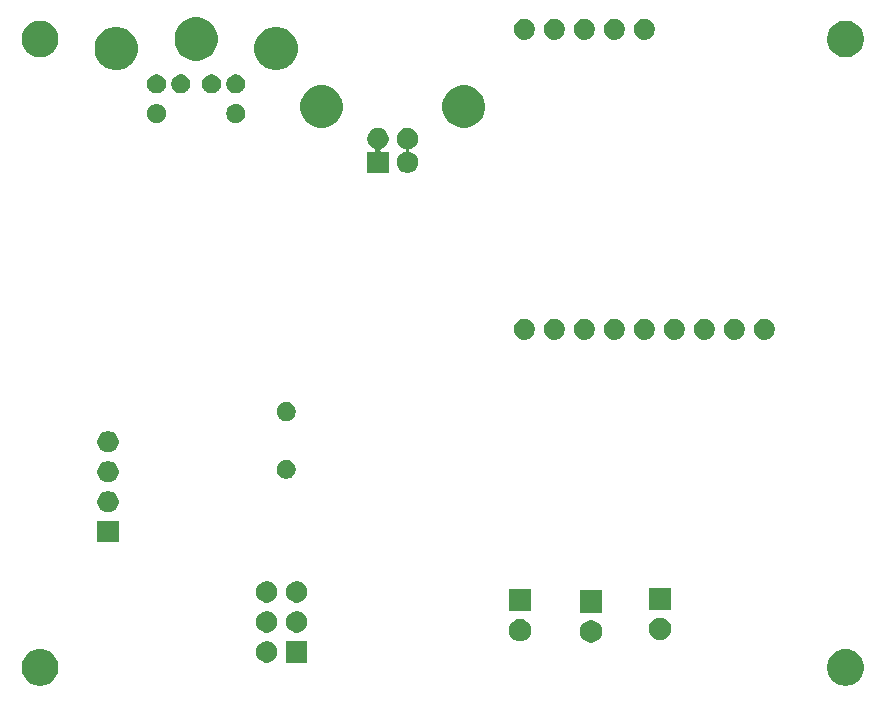
<source format=gbr>
G04 #@! TF.GenerationSoftware,KiCad,Pcbnew,(5.1.5)-3*
G04 #@! TF.CreationDate,2021-12-10T20:30:37-03:00*
G04 #@! TF.ProjectId,remoto,72656d6f-746f-42e6-9b69-6361645f7063,rev?*
G04 #@! TF.SameCoordinates,Original*
G04 #@! TF.FileFunction,Soldermask,Bot*
G04 #@! TF.FilePolarity,Negative*
%FSLAX46Y46*%
G04 Gerber Fmt 4.6, Leading zero omitted, Abs format (unit mm)*
G04 Created by KiCad (PCBNEW (5.1.5)-3) date 2021-12-10 20:30:37*
%MOMM*%
%LPD*%
G04 APERTURE LIST*
%ADD10C,0.100000*%
G04 APERTURE END LIST*
D10*
G36*
X28695385Y-80079002D02*
G01*
X28845210Y-80108804D01*
X29127474Y-80225721D01*
X29381505Y-80395459D01*
X29597541Y-80611495D01*
X29767279Y-80865526D01*
X29884196Y-81147790D01*
X29943800Y-81447440D01*
X29943800Y-81752960D01*
X29884196Y-82052610D01*
X29767279Y-82334874D01*
X29597541Y-82588905D01*
X29381505Y-82804941D01*
X29127474Y-82974679D01*
X28845210Y-83091596D01*
X28695385Y-83121398D01*
X28545561Y-83151200D01*
X28240039Y-83151200D01*
X28090215Y-83121398D01*
X27940390Y-83091596D01*
X27658126Y-82974679D01*
X27404095Y-82804941D01*
X27188059Y-82588905D01*
X27018321Y-82334874D01*
X26901404Y-82052610D01*
X26841800Y-81752960D01*
X26841800Y-81447440D01*
X26901404Y-81147790D01*
X27018321Y-80865526D01*
X27188059Y-80611495D01*
X27404095Y-80395459D01*
X27658126Y-80225721D01*
X27940390Y-80108804D01*
X28090215Y-80079002D01*
X28240039Y-80049200D01*
X28545561Y-80049200D01*
X28695385Y-80079002D01*
G37*
G36*
X96902585Y-80078802D02*
G01*
X97052410Y-80108604D01*
X97334674Y-80225521D01*
X97588705Y-80395259D01*
X97804741Y-80611295D01*
X97974479Y-80865326D01*
X98091396Y-81147590D01*
X98151000Y-81447240D01*
X98151000Y-81752760D01*
X98091396Y-82052410D01*
X97974479Y-82334674D01*
X97804741Y-82588705D01*
X97588705Y-82804741D01*
X97334674Y-82974479D01*
X97052410Y-83091396D01*
X96902585Y-83121198D01*
X96752761Y-83151000D01*
X96447239Y-83151000D01*
X96297415Y-83121198D01*
X96147590Y-83091396D01*
X95865326Y-82974479D01*
X95611295Y-82804741D01*
X95395259Y-82588705D01*
X95225521Y-82334674D01*
X95108604Y-82052410D01*
X95049000Y-81752760D01*
X95049000Y-81447240D01*
X95108604Y-81147590D01*
X95225521Y-80865326D01*
X95395259Y-80611295D01*
X95611295Y-80395259D01*
X95865326Y-80225521D01*
X96147590Y-80108604D01*
X96297415Y-80078802D01*
X96447239Y-80049000D01*
X96752761Y-80049000D01*
X96902585Y-80078802D01*
G37*
G36*
X51022820Y-81195480D02*
G01*
X49220820Y-81195480D01*
X49220820Y-79393480D01*
X51022820Y-79393480D01*
X51022820Y-81195480D01*
G37*
G36*
X47695332Y-79398407D02*
G01*
X47844632Y-79428104D01*
X48008604Y-79496024D01*
X48156174Y-79594627D01*
X48281673Y-79720126D01*
X48380276Y-79867696D01*
X48448196Y-80031668D01*
X48482820Y-80205739D01*
X48482820Y-80383221D01*
X48448196Y-80557292D01*
X48380276Y-80721264D01*
X48281673Y-80868834D01*
X48156174Y-80994333D01*
X48008604Y-81092936D01*
X47844632Y-81160856D01*
X47695332Y-81190553D01*
X47670562Y-81195480D01*
X47493078Y-81195480D01*
X47468308Y-81190553D01*
X47319008Y-81160856D01*
X47155036Y-81092936D01*
X47007466Y-80994333D01*
X46881967Y-80868834D01*
X46783364Y-80721264D01*
X46715444Y-80557292D01*
X46680820Y-80383221D01*
X46680820Y-80205739D01*
X46715444Y-80031668D01*
X46783364Y-79867696D01*
X46881967Y-79720126D01*
X47007466Y-79594627D01*
X47155036Y-79496024D01*
X47319008Y-79428104D01*
X47468308Y-79398407D01*
X47493078Y-79393480D01*
X47670562Y-79393480D01*
X47695332Y-79398407D01*
G37*
G36*
X75334395Y-77647746D02*
G01*
X75507466Y-77719434D01*
X75584818Y-77771119D01*
X75663227Y-77823510D01*
X75795690Y-77955973D01*
X75795691Y-77955975D01*
X75899766Y-78111734D01*
X75971454Y-78284805D01*
X76008000Y-78468533D01*
X76008000Y-78655867D01*
X75971454Y-78839595D01*
X75899766Y-79012666D01*
X75899765Y-79012667D01*
X75795690Y-79168427D01*
X75663227Y-79300890D01*
X75659521Y-79303366D01*
X75507466Y-79404966D01*
X75334395Y-79476654D01*
X75150667Y-79513200D01*
X74963333Y-79513200D01*
X74779605Y-79476654D01*
X74606534Y-79404966D01*
X74454479Y-79303366D01*
X74450773Y-79300890D01*
X74318310Y-79168427D01*
X74214235Y-79012667D01*
X74214234Y-79012666D01*
X74142546Y-78839595D01*
X74106000Y-78655867D01*
X74106000Y-78468533D01*
X74142546Y-78284805D01*
X74214234Y-78111734D01*
X74318309Y-77955975D01*
X74318310Y-77955973D01*
X74450773Y-77823510D01*
X74529182Y-77771119D01*
X74606534Y-77719434D01*
X74779605Y-77647746D01*
X74963333Y-77611200D01*
X75150667Y-77611200D01*
X75334395Y-77647746D01*
G37*
G36*
X69314595Y-77546146D02*
G01*
X69487666Y-77617834D01*
X69487667Y-77617835D01*
X69643427Y-77721910D01*
X69775890Y-77854373D01*
X69775891Y-77854375D01*
X69879966Y-78010134D01*
X69951654Y-78183205D01*
X69988200Y-78366933D01*
X69988200Y-78554267D01*
X69951654Y-78737995D01*
X69879966Y-78911066D01*
X69879965Y-78911067D01*
X69775890Y-79066827D01*
X69643427Y-79199290D01*
X69570448Y-79248053D01*
X69487666Y-79303366D01*
X69314595Y-79375054D01*
X69130867Y-79411600D01*
X68943533Y-79411600D01*
X68759805Y-79375054D01*
X68586734Y-79303366D01*
X68503952Y-79248053D01*
X68430973Y-79199290D01*
X68298510Y-79066827D01*
X68194435Y-78911067D01*
X68194434Y-78911066D01*
X68122746Y-78737995D01*
X68086200Y-78554267D01*
X68086200Y-78366933D01*
X68122746Y-78183205D01*
X68194434Y-78010134D01*
X68298509Y-77854375D01*
X68298510Y-77854373D01*
X68430973Y-77721910D01*
X68586733Y-77617835D01*
X68586734Y-77617834D01*
X68759805Y-77546146D01*
X68943533Y-77509600D01*
X69130867Y-77509600D01*
X69314595Y-77546146D01*
G37*
G36*
X81176395Y-77419146D02*
G01*
X81349466Y-77490834D01*
X81377551Y-77509600D01*
X81505227Y-77594910D01*
X81637690Y-77727373D01*
X81637691Y-77727375D01*
X81741766Y-77883134D01*
X81813454Y-78056205D01*
X81850000Y-78239933D01*
X81850000Y-78427267D01*
X81813454Y-78610995D01*
X81741766Y-78784066D01*
X81741765Y-78784067D01*
X81637690Y-78939827D01*
X81505227Y-79072290D01*
X81426818Y-79124681D01*
X81349466Y-79176366D01*
X81176395Y-79248054D01*
X80992667Y-79284600D01*
X80805333Y-79284600D01*
X80621605Y-79248054D01*
X80448534Y-79176366D01*
X80371182Y-79124681D01*
X80292773Y-79072290D01*
X80160310Y-78939827D01*
X80056235Y-78784067D01*
X80056234Y-78784066D01*
X79984546Y-78610995D01*
X79948000Y-78427267D01*
X79948000Y-78239933D01*
X79984546Y-78056205D01*
X80056234Y-77883134D01*
X80160309Y-77727375D01*
X80160310Y-77727373D01*
X80292773Y-77594910D01*
X80420449Y-77509600D01*
X80448534Y-77490834D01*
X80621605Y-77419146D01*
X80805333Y-77382600D01*
X80992667Y-77382600D01*
X81176395Y-77419146D01*
G37*
G36*
X47695332Y-76858407D02*
G01*
X47844632Y-76888104D01*
X48008604Y-76956024D01*
X48156174Y-77054627D01*
X48281673Y-77180126D01*
X48380276Y-77327696D01*
X48448196Y-77491668D01*
X48482820Y-77665739D01*
X48482820Y-77843221D01*
X48448196Y-78017292D01*
X48380276Y-78181264D01*
X48281673Y-78328834D01*
X48156174Y-78454333D01*
X48008604Y-78552936D01*
X47844632Y-78620856D01*
X47695332Y-78650553D01*
X47670562Y-78655480D01*
X47493078Y-78655480D01*
X47468308Y-78650553D01*
X47319008Y-78620856D01*
X47155036Y-78552936D01*
X47007466Y-78454333D01*
X46881967Y-78328834D01*
X46783364Y-78181264D01*
X46715444Y-78017292D01*
X46680820Y-77843221D01*
X46680820Y-77665739D01*
X46715444Y-77491668D01*
X46783364Y-77327696D01*
X46881967Y-77180126D01*
X47007466Y-77054627D01*
X47155036Y-76956024D01*
X47319008Y-76888104D01*
X47468308Y-76858407D01*
X47493078Y-76853480D01*
X47670562Y-76853480D01*
X47695332Y-76858407D01*
G37*
G36*
X50235332Y-76858407D02*
G01*
X50384632Y-76888104D01*
X50548604Y-76956024D01*
X50696174Y-77054627D01*
X50821673Y-77180126D01*
X50920276Y-77327696D01*
X50988196Y-77491668D01*
X51022820Y-77665739D01*
X51022820Y-77843221D01*
X50988196Y-78017292D01*
X50920276Y-78181264D01*
X50821673Y-78328834D01*
X50696174Y-78454333D01*
X50548604Y-78552936D01*
X50384632Y-78620856D01*
X50235332Y-78650553D01*
X50210562Y-78655480D01*
X50033078Y-78655480D01*
X50008308Y-78650553D01*
X49859008Y-78620856D01*
X49695036Y-78552936D01*
X49547466Y-78454333D01*
X49421967Y-78328834D01*
X49323364Y-78181264D01*
X49255444Y-78017292D01*
X49220820Y-77843221D01*
X49220820Y-77665739D01*
X49255444Y-77491668D01*
X49323364Y-77327696D01*
X49421967Y-77180126D01*
X49547466Y-77054627D01*
X49695036Y-76956024D01*
X49859008Y-76888104D01*
X50008308Y-76858407D01*
X50033078Y-76853480D01*
X50210562Y-76853480D01*
X50235332Y-76858407D01*
G37*
G36*
X76008000Y-76973200D02*
G01*
X74106000Y-76973200D01*
X74106000Y-75071200D01*
X76008000Y-75071200D01*
X76008000Y-76973200D01*
G37*
G36*
X69988200Y-76871600D02*
G01*
X68086200Y-76871600D01*
X68086200Y-74969600D01*
X69988200Y-74969600D01*
X69988200Y-76871600D01*
G37*
G36*
X81850000Y-76744600D02*
G01*
X79948000Y-76744600D01*
X79948000Y-74842600D01*
X81850000Y-74842600D01*
X81850000Y-76744600D01*
G37*
G36*
X47695332Y-74318407D02*
G01*
X47844632Y-74348104D01*
X48008604Y-74416024D01*
X48156174Y-74514627D01*
X48281673Y-74640126D01*
X48380276Y-74787696D01*
X48448196Y-74951668D01*
X48482820Y-75125739D01*
X48482820Y-75303221D01*
X48448196Y-75477292D01*
X48380276Y-75641264D01*
X48281673Y-75788834D01*
X48156174Y-75914333D01*
X48008604Y-76012936D01*
X47844632Y-76080856D01*
X47695332Y-76110553D01*
X47670562Y-76115480D01*
X47493078Y-76115480D01*
X47468308Y-76110553D01*
X47319008Y-76080856D01*
X47155036Y-76012936D01*
X47007466Y-75914333D01*
X46881967Y-75788834D01*
X46783364Y-75641264D01*
X46715444Y-75477292D01*
X46680820Y-75303221D01*
X46680820Y-75125739D01*
X46715444Y-74951668D01*
X46783364Y-74787696D01*
X46881967Y-74640126D01*
X47007466Y-74514627D01*
X47155036Y-74416024D01*
X47319008Y-74348104D01*
X47468308Y-74318407D01*
X47493078Y-74313480D01*
X47670562Y-74313480D01*
X47695332Y-74318407D01*
G37*
G36*
X50235332Y-74318407D02*
G01*
X50384632Y-74348104D01*
X50548604Y-74416024D01*
X50696174Y-74514627D01*
X50821673Y-74640126D01*
X50920276Y-74787696D01*
X50988196Y-74951668D01*
X51022820Y-75125739D01*
X51022820Y-75303221D01*
X50988196Y-75477292D01*
X50920276Y-75641264D01*
X50821673Y-75788834D01*
X50696174Y-75914333D01*
X50548604Y-76012936D01*
X50384632Y-76080856D01*
X50235332Y-76110553D01*
X50210562Y-76115480D01*
X50033078Y-76115480D01*
X50008308Y-76110553D01*
X49859008Y-76080856D01*
X49695036Y-76012936D01*
X49547466Y-75914333D01*
X49421967Y-75788834D01*
X49323364Y-75641264D01*
X49255444Y-75477292D01*
X49220820Y-75303221D01*
X49220820Y-75125739D01*
X49255444Y-74951668D01*
X49323364Y-74787696D01*
X49421967Y-74640126D01*
X49547466Y-74514627D01*
X49695036Y-74416024D01*
X49859008Y-74348104D01*
X50008308Y-74318407D01*
X50033078Y-74313480D01*
X50210562Y-74313480D01*
X50235332Y-74318407D01*
G37*
G36*
X35046220Y-71020240D02*
G01*
X33244220Y-71020240D01*
X33244220Y-69218240D01*
X35046220Y-69218240D01*
X35046220Y-71020240D01*
G37*
G36*
X34258732Y-66683167D02*
G01*
X34408032Y-66712864D01*
X34572004Y-66780784D01*
X34719574Y-66879387D01*
X34845073Y-67004886D01*
X34943676Y-67152456D01*
X35011596Y-67316428D01*
X35046220Y-67490499D01*
X35046220Y-67667981D01*
X35011596Y-67842052D01*
X34943676Y-68006024D01*
X34845073Y-68153594D01*
X34719574Y-68279093D01*
X34572004Y-68377696D01*
X34408032Y-68445616D01*
X34258732Y-68475313D01*
X34233962Y-68480240D01*
X34056478Y-68480240D01*
X34031708Y-68475313D01*
X33882408Y-68445616D01*
X33718436Y-68377696D01*
X33570866Y-68279093D01*
X33445367Y-68153594D01*
X33346764Y-68006024D01*
X33278844Y-67842052D01*
X33244220Y-67667981D01*
X33244220Y-67490499D01*
X33278844Y-67316428D01*
X33346764Y-67152456D01*
X33445367Y-67004886D01*
X33570866Y-66879387D01*
X33718436Y-66780784D01*
X33882408Y-66712864D01*
X34031708Y-66683167D01*
X34056478Y-66678240D01*
X34233962Y-66678240D01*
X34258732Y-66683167D01*
G37*
G36*
X34258732Y-64143167D02*
G01*
X34408032Y-64172864D01*
X34572004Y-64240784D01*
X34719574Y-64339387D01*
X34845073Y-64464886D01*
X34943676Y-64612456D01*
X35011596Y-64776428D01*
X35046220Y-64950499D01*
X35046220Y-65127981D01*
X35011596Y-65302052D01*
X34943676Y-65466024D01*
X34845073Y-65613594D01*
X34719574Y-65739093D01*
X34572004Y-65837696D01*
X34408032Y-65905616D01*
X34258732Y-65935313D01*
X34233962Y-65940240D01*
X34056478Y-65940240D01*
X34031708Y-65935313D01*
X33882408Y-65905616D01*
X33718436Y-65837696D01*
X33570866Y-65739093D01*
X33445367Y-65613594D01*
X33346764Y-65466024D01*
X33278844Y-65302052D01*
X33244220Y-65127981D01*
X33244220Y-64950499D01*
X33278844Y-64776428D01*
X33346764Y-64612456D01*
X33445367Y-64464886D01*
X33570866Y-64339387D01*
X33718436Y-64240784D01*
X33882408Y-64172864D01*
X34031708Y-64143167D01*
X34056478Y-64138240D01*
X34233962Y-64138240D01*
X34258732Y-64143167D01*
G37*
G36*
X49466462Y-64066161D02*
G01*
X49612234Y-64126542D01*
X49612236Y-64126543D01*
X49743428Y-64214202D01*
X49854998Y-64325772D01*
X49942657Y-64456964D01*
X49942658Y-64456966D01*
X50003039Y-64602738D01*
X50033820Y-64757487D01*
X50033820Y-64915273D01*
X50003039Y-65070022D01*
X49979031Y-65127981D01*
X49942657Y-65215796D01*
X49854998Y-65346988D01*
X49743428Y-65458558D01*
X49612236Y-65546217D01*
X49612235Y-65546218D01*
X49612234Y-65546218D01*
X49466462Y-65606599D01*
X49311713Y-65637380D01*
X49153927Y-65637380D01*
X48999178Y-65606599D01*
X48853406Y-65546218D01*
X48853405Y-65546218D01*
X48853404Y-65546217D01*
X48722212Y-65458558D01*
X48610642Y-65346988D01*
X48522983Y-65215796D01*
X48486609Y-65127981D01*
X48462601Y-65070022D01*
X48431820Y-64915273D01*
X48431820Y-64757487D01*
X48462601Y-64602738D01*
X48522982Y-64456966D01*
X48522983Y-64456964D01*
X48610642Y-64325772D01*
X48722212Y-64214202D01*
X48853404Y-64126543D01*
X48853406Y-64126542D01*
X48999178Y-64066161D01*
X49153927Y-64035380D01*
X49311713Y-64035380D01*
X49466462Y-64066161D01*
G37*
G36*
X34258732Y-61603167D02*
G01*
X34408032Y-61632864D01*
X34572004Y-61700784D01*
X34719574Y-61799387D01*
X34845073Y-61924886D01*
X34943676Y-62072456D01*
X35011596Y-62236428D01*
X35046220Y-62410499D01*
X35046220Y-62587981D01*
X35011596Y-62762052D01*
X34943676Y-62926024D01*
X34845073Y-63073594D01*
X34719574Y-63199093D01*
X34572004Y-63297696D01*
X34408032Y-63365616D01*
X34258732Y-63395313D01*
X34233962Y-63400240D01*
X34056478Y-63400240D01*
X34031708Y-63395313D01*
X33882408Y-63365616D01*
X33718436Y-63297696D01*
X33570866Y-63199093D01*
X33445367Y-63073594D01*
X33346764Y-62926024D01*
X33278844Y-62762052D01*
X33244220Y-62587981D01*
X33244220Y-62410499D01*
X33278844Y-62236428D01*
X33346764Y-62072456D01*
X33445367Y-61924886D01*
X33570866Y-61799387D01*
X33718436Y-61700784D01*
X33882408Y-61632864D01*
X34031708Y-61603167D01*
X34056478Y-61598240D01*
X34233962Y-61598240D01*
X34258732Y-61603167D01*
G37*
G36*
X49466462Y-59166161D02*
G01*
X49612234Y-59226542D01*
X49612236Y-59226543D01*
X49743428Y-59314202D01*
X49854998Y-59425772D01*
X49942657Y-59556964D01*
X49942658Y-59556966D01*
X50003039Y-59702738D01*
X50033820Y-59857487D01*
X50033820Y-60015273D01*
X50003039Y-60170022D01*
X49942658Y-60315794D01*
X49942657Y-60315796D01*
X49854998Y-60446988D01*
X49743428Y-60558558D01*
X49612236Y-60646217D01*
X49612235Y-60646218D01*
X49612234Y-60646218D01*
X49466462Y-60706599D01*
X49311713Y-60737380D01*
X49153927Y-60737380D01*
X48999178Y-60706599D01*
X48853406Y-60646218D01*
X48853405Y-60646218D01*
X48853404Y-60646217D01*
X48722212Y-60558558D01*
X48610642Y-60446988D01*
X48522983Y-60315796D01*
X48522982Y-60315794D01*
X48462601Y-60170022D01*
X48431820Y-60015273D01*
X48431820Y-59857487D01*
X48462601Y-59702738D01*
X48522982Y-59556966D01*
X48522983Y-59556964D01*
X48610642Y-59425772D01*
X48722212Y-59314202D01*
X48853404Y-59226543D01*
X48853406Y-59226542D01*
X48999178Y-59166161D01*
X49153927Y-59135380D01*
X49311713Y-59135380D01*
X49466462Y-59166161D01*
G37*
G36*
X87380810Y-52123535D02*
G01*
X87437707Y-52134852D01*
X87598494Y-52201452D01*
X87598496Y-52201453D01*
X87743196Y-52298138D01*
X87866262Y-52421204D01*
X87962947Y-52565904D01*
X88029548Y-52726694D01*
X88063500Y-52897381D01*
X88063500Y-53071419D01*
X88029548Y-53242106D01*
X87962947Y-53402896D01*
X87866262Y-53547596D01*
X87743196Y-53670662D01*
X87598496Y-53767347D01*
X87598495Y-53767348D01*
X87598494Y-53767348D01*
X87437707Y-53833948D01*
X87380810Y-53845265D01*
X87267019Y-53867900D01*
X87092981Y-53867900D01*
X86979190Y-53845265D01*
X86922293Y-53833948D01*
X86761506Y-53767348D01*
X86761505Y-53767348D01*
X86761504Y-53767347D01*
X86616804Y-53670662D01*
X86493738Y-53547596D01*
X86397053Y-53402896D01*
X86330452Y-53242106D01*
X86296500Y-53071419D01*
X86296500Y-52897381D01*
X86330452Y-52726694D01*
X86397053Y-52565904D01*
X86493738Y-52421204D01*
X86616804Y-52298138D01*
X86761504Y-52201453D01*
X86761506Y-52201452D01*
X86922293Y-52134852D01*
X86979190Y-52123535D01*
X87092981Y-52100900D01*
X87267019Y-52100900D01*
X87380810Y-52123535D01*
G37*
G36*
X89920810Y-52123535D02*
G01*
X89977707Y-52134852D01*
X90138494Y-52201452D01*
X90138496Y-52201453D01*
X90283196Y-52298138D01*
X90406262Y-52421204D01*
X90502947Y-52565904D01*
X90569548Y-52726694D01*
X90603500Y-52897381D01*
X90603500Y-53071419D01*
X90569548Y-53242106D01*
X90502947Y-53402896D01*
X90406262Y-53547596D01*
X90283196Y-53670662D01*
X90138496Y-53767347D01*
X90138495Y-53767348D01*
X90138494Y-53767348D01*
X89977707Y-53833948D01*
X89920810Y-53845265D01*
X89807019Y-53867900D01*
X89632981Y-53867900D01*
X89519190Y-53845265D01*
X89462293Y-53833948D01*
X89301506Y-53767348D01*
X89301505Y-53767348D01*
X89301504Y-53767347D01*
X89156804Y-53670662D01*
X89033738Y-53547596D01*
X88937053Y-53402896D01*
X88870452Y-53242106D01*
X88836500Y-53071419D01*
X88836500Y-52897381D01*
X88870452Y-52726694D01*
X88937053Y-52565904D01*
X89033738Y-52421204D01*
X89156804Y-52298138D01*
X89301504Y-52201453D01*
X89301506Y-52201452D01*
X89462293Y-52134852D01*
X89519190Y-52123535D01*
X89632981Y-52100900D01*
X89807019Y-52100900D01*
X89920810Y-52123535D01*
G37*
G36*
X84840810Y-52123535D02*
G01*
X84897707Y-52134852D01*
X85058494Y-52201452D01*
X85058496Y-52201453D01*
X85203196Y-52298138D01*
X85326262Y-52421204D01*
X85422947Y-52565904D01*
X85489548Y-52726694D01*
X85523500Y-52897381D01*
X85523500Y-53071419D01*
X85489548Y-53242106D01*
X85422947Y-53402896D01*
X85326262Y-53547596D01*
X85203196Y-53670662D01*
X85058496Y-53767347D01*
X85058495Y-53767348D01*
X85058494Y-53767348D01*
X84897707Y-53833948D01*
X84840810Y-53845265D01*
X84727019Y-53867900D01*
X84552981Y-53867900D01*
X84439190Y-53845265D01*
X84382293Y-53833948D01*
X84221506Y-53767348D01*
X84221505Y-53767348D01*
X84221504Y-53767347D01*
X84076804Y-53670662D01*
X83953738Y-53547596D01*
X83857053Y-53402896D01*
X83790452Y-53242106D01*
X83756500Y-53071419D01*
X83756500Y-52897381D01*
X83790452Y-52726694D01*
X83857053Y-52565904D01*
X83953738Y-52421204D01*
X84076804Y-52298138D01*
X84221504Y-52201453D01*
X84221506Y-52201452D01*
X84382293Y-52134852D01*
X84439190Y-52123535D01*
X84552981Y-52100900D01*
X84727019Y-52100900D01*
X84840810Y-52123535D01*
G37*
G36*
X82300810Y-52123535D02*
G01*
X82357707Y-52134852D01*
X82518494Y-52201452D01*
X82518496Y-52201453D01*
X82663196Y-52298138D01*
X82786262Y-52421204D01*
X82882947Y-52565904D01*
X82949548Y-52726694D01*
X82983500Y-52897381D01*
X82983500Y-53071419D01*
X82949548Y-53242106D01*
X82882947Y-53402896D01*
X82786262Y-53547596D01*
X82663196Y-53670662D01*
X82518496Y-53767347D01*
X82518495Y-53767348D01*
X82518494Y-53767348D01*
X82357707Y-53833948D01*
X82300810Y-53845265D01*
X82187019Y-53867900D01*
X82012981Y-53867900D01*
X81899190Y-53845265D01*
X81842293Y-53833948D01*
X81681506Y-53767348D01*
X81681505Y-53767348D01*
X81681504Y-53767347D01*
X81536804Y-53670662D01*
X81413738Y-53547596D01*
X81317053Y-53402896D01*
X81250452Y-53242106D01*
X81216500Y-53071419D01*
X81216500Y-52897381D01*
X81250452Y-52726694D01*
X81317053Y-52565904D01*
X81413738Y-52421204D01*
X81536804Y-52298138D01*
X81681504Y-52201453D01*
X81681506Y-52201452D01*
X81842293Y-52134852D01*
X81899190Y-52123535D01*
X82012981Y-52100900D01*
X82187019Y-52100900D01*
X82300810Y-52123535D01*
G37*
G36*
X79760810Y-52123535D02*
G01*
X79817707Y-52134852D01*
X79978494Y-52201452D01*
X79978496Y-52201453D01*
X80123196Y-52298138D01*
X80246262Y-52421204D01*
X80342947Y-52565904D01*
X80409548Y-52726694D01*
X80443500Y-52897381D01*
X80443500Y-53071419D01*
X80409548Y-53242106D01*
X80342947Y-53402896D01*
X80246262Y-53547596D01*
X80123196Y-53670662D01*
X79978496Y-53767347D01*
X79978495Y-53767348D01*
X79978494Y-53767348D01*
X79817707Y-53833948D01*
X79760810Y-53845265D01*
X79647019Y-53867900D01*
X79472981Y-53867900D01*
X79359190Y-53845265D01*
X79302293Y-53833948D01*
X79141506Y-53767348D01*
X79141505Y-53767348D01*
X79141504Y-53767347D01*
X78996804Y-53670662D01*
X78873738Y-53547596D01*
X78777053Y-53402896D01*
X78710452Y-53242106D01*
X78676500Y-53071419D01*
X78676500Y-52897381D01*
X78710452Y-52726694D01*
X78777053Y-52565904D01*
X78873738Y-52421204D01*
X78996804Y-52298138D01*
X79141504Y-52201453D01*
X79141506Y-52201452D01*
X79302293Y-52134852D01*
X79359190Y-52123535D01*
X79472981Y-52100900D01*
X79647019Y-52100900D01*
X79760810Y-52123535D01*
G37*
G36*
X69600810Y-52123535D02*
G01*
X69657707Y-52134852D01*
X69818494Y-52201452D01*
X69818496Y-52201453D01*
X69963196Y-52298138D01*
X70086262Y-52421204D01*
X70182947Y-52565904D01*
X70249548Y-52726694D01*
X70283500Y-52897381D01*
X70283500Y-53071419D01*
X70249548Y-53242106D01*
X70182947Y-53402896D01*
X70086262Y-53547596D01*
X69963196Y-53670662D01*
X69818496Y-53767347D01*
X69818495Y-53767348D01*
X69818494Y-53767348D01*
X69657707Y-53833948D01*
X69600810Y-53845265D01*
X69487019Y-53867900D01*
X69312981Y-53867900D01*
X69199190Y-53845265D01*
X69142293Y-53833948D01*
X68981506Y-53767348D01*
X68981505Y-53767348D01*
X68981504Y-53767347D01*
X68836804Y-53670662D01*
X68713738Y-53547596D01*
X68617053Y-53402896D01*
X68550452Y-53242106D01*
X68516500Y-53071419D01*
X68516500Y-52897381D01*
X68550452Y-52726694D01*
X68617053Y-52565904D01*
X68713738Y-52421204D01*
X68836804Y-52298138D01*
X68981504Y-52201453D01*
X68981506Y-52201452D01*
X69142293Y-52134852D01*
X69199190Y-52123535D01*
X69312981Y-52100900D01*
X69487019Y-52100900D01*
X69600810Y-52123535D01*
G37*
G36*
X72140810Y-52123535D02*
G01*
X72197707Y-52134852D01*
X72358494Y-52201452D01*
X72358496Y-52201453D01*
X72503196Y-52298138D01*
X72626262Y-52421204D01*
X72722947Y-52565904D01*
X72789548Y-52726694D01*
X72823500Y-52897381D01*
X72823500Y-53071419D01*
X72789548Y-53242106D01*
X72722947Y-53402896D01*
X72626262Y-53547596D01*
X72503196Y-53670662D01*
X72358496Y-53767347D01*
X72358495Y-53767348D01*
X72358494Y-53767348D01*
X72197707Y-53833948D01*
X72140810Y-53845265D01*
X72027019Y-53867900D01*
X71852981Y-53867900D01*
X71739190Y-53845265D01*
X71682293Y-53833948D01*
X71521506Y-53767348D01*
X71521505Y-53767348D01*
X71521504Y-53767347D01*
X71376804Y-53670662D01*
X71253738Y-53547596D01*
X71157053Y-53402896D01*
X71090452Y-53242106D01*
X71056500Y-53071419D01*
X71056500Y-52897381D01*
X71090452Y-52726694D01*
X71157053Y-52565904D01*
X71253738Y-52421204D01*
X71376804Y-52298138D01*
X71521504Y-52201453D01*
X71521506Y-52201452D01*
X71682293Y-52134852D01*
X71739190Y-52123535D01*
X71852981Y-52100900D01*
X72027019Y-52100900D01*
X72140810Y-52123535D01*
G37*
G36*
X74680810Y-52123535D02*
G01*
X74737707Y-52134852D01*
X74898494Y-52201452D01*
X74898496Y-52201453D01*
X75043196Y-52298138D01*
X75166262Y-52421204D01*
X75262947Y-52565904D01*
X75329548Y-52726694D01*
X75363500Y-52897381D01*
X75363500Y-53071419D01*
X75329548Y-53242106D01*
X75262947Y-53402896D01*
X75166262Y-53547596D01*
X75043196Y-53670662D01*
X74898496Y-53767347D01*
X74898495Y-53767348D01*
X74898494Y-53767348D01*
X74737707Y-53833948D01*
X74680810Y-53845265D01*
X74567019Y-53867900D01*
X74392981Y-53867900D01*
X74279190Y-53845265D01*
X74222293Y-53833948D01*
X74061506Y-53767348D01*
X74061505Y-53767348D01*
X74061504Y-53767347D01*
X73916804Y-53670662D01*
X73793738Y-53547596D01*
X73697053Y-53402896D01*
X73630452Y-53242106D01*
X73596500Y-53071419D01*
X73596500Y-52897381D01*
X73630452Y-52726694D01*
X73697053Y-52565904D01*
X73793738Y-52421204D01*
X73916804Y-52298138D01*
X74061504Y-52201453D01*
X74061506Y-52201452D01*
X74222293Y-52134852D01*
X74279190Y-52123535D01*
X74392981Y-52100900D01*
X74567019Y-52100900D01*
X74680810Y-52123535D01*
G37*
G36*
X77220810Y-52123535D02*
G01*
X77277707Y-52134852D01*
X77438494Y-52201452D01*
X77438496Y-52201453D01*
X77583196Y-52298138D01*
X77706262Y-52421204D01*
X77802947Y-52565904D01*
X77869548Y-52726694D01*
X77903500Y-52897381D01*
X77903500Y-53071419D01*
X77869548Y-53242106D01*
X77802947Y-53402896D01*
X77706262Y-53547596D01*
X77583196Y-53670662D01*
X77438496Y-53767347D01*
X77438495Y-53767348D01*
X77438494Y-53767348D01*
X77277707Y-53833948D01*
X77220810Y-53845265D01*
X77107019Y-53867900D01*
X76932981Y-53867900D01*
X76819190Y-53845265D01*
X76762293Y-53833948D01*
X76601506Y-53767348D01*
X76601505Y-53767348D01*
X76601504Y-53767347D01*
X76456804Y-53670662D01*
X76333738Y-53547596D01*
X76237053Y-53402896D01*
X76170452Y-53242106D01*
X76136500Y-53071419D01*
X76136500Y-52897381D01*
X76170452Y-52726694D01*
X76237053Y-52565904D01*
X76333738Y-52421204D01*
X76456804Y-52298138D01*
X76601504Y-52201453D01*
X76601506Y-52201452D01*
X76762293Y-52134852D01*
X76819190Y-52123535D01*
X76932981Y-52100900D01*
X77107019Y-52100900D01*
X77220810Y-52123535D01*
G37*
G36*
X57113512Y-35938927D02*
G01*
X57262812Y-35968624D01*
X57426784Y-36036544D01*
X57574354Y-36135147D01*
X57699853Y-36260646D01*
X57798456Y-36408216D01*
X57866376Y-36572188D01*
X57901000Y-36746259D01*
X57901000Y-36923741D01*
X57866376Y-37097812D01*
X57798456Y-37261784D01*
X57699853Y-37409354D01*
X57574354Y-37534853D01*
X57426784Y-37633456D01*
X57281771Y-37693523D01*
X57260171Y-37705068D01*
X57241229Y-37720613D01*
X57225684Y-37739555D01*
X57214133Y-37761166D01*
X57207020Y-37784615D01*
X57204618Y-37809001D01*
X57207020Y-37833387D01*
X57214133Y-37856836D01*
X57225684Y-37878447D01*
X57241229Y-37897389D01*
X57260171Y-37912934D01*
X57281782Y-37924485D01*
X57305231Y-37931598D01*
X57329617Y-37934000D01*
X57901000Y-37934000D01*
X57901000Y-39736000D01*
X56099000Y-39736000D01*
X56099000Y-37934000D01*
X56670383Y-37934000D01*
X56694769Y-37931598D01*
X56718218Y-37924485D01*
X56739829Y-37912934D01*
X56758771Y-37897389D01*
X56774316Y-37878447D01*
X56785867Y-37856836D01*
X56792980Y-37833387D01*
X56795382Y-37809001D01*
X56792980Y-37784615D01*
X56785867Y-37761166D01*
X56774316Y-37739555D01*
X56758771Y-37720613D01*
X56739829Y-37705068D01*
X56718229Y-37693523D01*
X56573216Y-37633456D01*
X56425646Y-37534853D01*
X56300147Y-37409354D01*
X56201544Y-37261784D01*
X56133624Y-37097812D01*
X56099000Y-36923741D01*
X56099000Y-36746259D01*
X56133624Y-36572188D01*
X56201544Y-36408216D01*
X56300147Y-36260646D01*
X56425646Y-36135147D01*
X56573216Y-36036544D01*
X56737188Y-35968624D01*
X56886488Y-35938927D01*
X56911258Y-35934000D01*
X57088742Y-35934000D01*
X57113512Y-35938927D01*
G37*
G36*
X59613512Y-35938927D02*
G01*
X59762812Y-35968624D01*
X59926784Y-36036544D01*
X60074354Y-36135147D01*
X60199853Y-36260646D01*
X60298456Y-36408216D01*
X60366376Y-36572188D01*
X60401000Y-36746259D01*
X60401000Y-36923741D01*
X60366376Y-37097812D01*
X60298456Y-37261784D01*
X60199853Y-37409354D01*
X60074354Y-37534853D01*
X59926784Y-37633456D01*
X59762812Y-37701376D01*
X59707362Y-37712405D01*
X59683922Y-37719516D01*
X59662311Y-37731067D01*
X59643369Y-37746613D01*
X59627824Y-37765555D01*
X59616273Y-37787165D01*
X59609160Y-37810614D01*
X59606758Y-37835000D01*
X59609160Y-37859387D01*
X59616273Y-37882835D01*
X59627824Y-37904446D01*
X59643370Y-37923388D01*
X59662312Y-37938933D01*
X59683922Y-37950484D01*
X59707362Y-37957595D01*
X59762812Y-37968624D01*
X59926784Y-38036544D01*
X60074354Y-38135147D01*
X60199853Y-38260646D01*
X60298456Y-38408216D01*
X60366376Y-38572188D01*
X60401000Y-38746259D01*
X60401000Y-38923741D01*
X60366376Y-39097812D01*
X60298456Y-39261784D01*
X60199853Y-39409354D01*
X60074354Y-39534853D01*
X59926784Y-39633456D01*
X59762812Y-39701376D01*
X59613512Y-39731073D01*
X59588742Y-39736000D01*
X59411258Y-39736000D01*
X59386488Y-39731073D01*
X59237188Y-39701376D01*
X59073216Y-39633456D01*
X58925646Y-39534853D01*
X58800147Y-39409354D01*
X58701544Y-39261784D01*
X58633624Y-39097812D01*
X58599000Y-38923741D01*
X58599000Y-38746259D01*
X58633624Y-38572188D01*
X58701544Y-38408216D01*
X58800147Y-38260646D01*
X58925646Y-38135147D01*
X59073216Y-38036544D01*
X59237188Y-37968624D01*
X59292638Y-37957595D01*
X59316078Y-37950484D01*
X59337689Y-37938933D01*
X59356631Y-37923387D01*
X59372176Y-37904445D01*
X59383727Y-37882835D01*
X59390840Y-37859386D01*
X59393242Y-37835000D01*
X59390840Y-37810613D01*
X59383727Y-37787165D01*
X59372176Y-37765554D01*
X59356630Y-37746612D01*
X59337688Y-37731067D01*
X59316078Y-37719516D01*
X59292638Y-37712405D01*
X59237188Y-37701376D01*
X59073216Y-37633456D01*
X58925646Y-37534853D01*
X58800147Y-37409354D01*
X58701544Y-37261784D01*
X58633624Y-37097812D01*
X58599000Y-36923741D01*
X58599000Y-36746259D01*
X58633624Y-36572188D01*
X58701544Y-36408216D01*
X58800147Y-36260646D01*
X58925646Y-36135147D01*
X59073216Y-36036544D01*
X59237188Y-35968624D01*
X59386488Y-35938927D01*
X59411258Y-35934000D01*
X59588742Y-35934000D01*
X59613512Y-35938927D01*
G37*
G36*
X52755331Y-32393211D02*
G01*
X53083092Y-32528974D01*
X53378070Y-32726072D01*
X53628928Y-32976930D01*
X53826026Y-33271908D01*
X53961789Y-33599669D01*
X54031000Y-33947616D01*
X54031000Y-34302384D01*
X53961789Y-34650331D01*
X53826026Y-34978092D01*
X53628928Y-35273070D01*
X53378070Y-35523928D01*
X53083092Y-35721026D01*
X52755331Y-35856789D01*
X52407384Y-35926000D01*
X52052616Y-35926000D01*
X51704669Y-35856789D01*
X51376908Y-35721026D01*
X51081930Y-35523928D01*
X50831072Y-35273070D01*
X50633974Y-34978092D01*
X50498211Y-34650331D01*
X50429000Y-34302384D01*
X50429000Y-33947616D01*
X50498211Y-33599669D01*
X50633974Y-33271908D01*
X50831072Y-32976930D01*
X51081930Y-32726072D01*
X51376908Y-32528974D01*
X51704669Y-32393211D01*
X52052616Y-32324000D01*
X52407384Y-32324000D01*
X52755331Y-32393211D01*
G37*
G36*
X64795331Y-32393211D02*
G01*
X65123092Y-32528974D01*
X65418070Y-32726072D01*
X65668928Y-32976930D01*
X65866026Y-33271908D01*
X66001789Y-33599669D01*
X66071000Y-33947616D01*
X66071000Y-34302384D01*
X66001789Y-34650331D01*
X65866026Y-34978092D01*
X65668928Y-35273070D01*
X65418070Y-35523928D01*
X65123092Y-35721026D01*
X64795331Y-35856789D01*
X64447384Y-35926000D01*
X64092616Y-35926000D01*
X63744669Y-35856789D01*
X63416908Y-35721026D01*
X63121930Y-35523928D01*
X62871072Y-35273070D01*
X62673974Y-34978092D01*
X62538211Y-34650331D01*
X62469000Y-34302384D01*
X62469000Y-33947616D01*
X62538211Y-33599669D01*
X62673974Y-33271908D01*
X62871072Y-32976930D01*
X63121930Y-32726072D01*
X63416908Y-32528974D01*
X63744669Y-32393211D01*
X64092616Y-32324000D01*
X64447384Y-32324000D01*
X64795331Y-32393211D01*
G37*
G36*
X38494756Y-33922655D02*
G01*
X38592483Y-33963136D01*
X38641348Y-33983376D01*
X38773273Y-34071525D01*
X38885475Y-34183727D01*
X38973624Y-34315652D01*
X38973624Y-34315653D01*
X39034345Y-34462244D01*
X39065300Y-34617865D01*
X39065300Y-34776535D01*
X39034345Y-34932156D01*
X39015317Y-34978092D01*
X38973624Y-35078748D01*
X38885475Y-35210673D01*
X38773273Y-35322875D01*
X38641348Y-35411024D01*
X38592483Y-35431264D01*
X38494756Y-35471745D01*
X38339135Y-35502700D01*
X38180465Y-35502700D01*
X38024844Y-35471745D01*
X37927117Y-35431264D01*
X37878252Y-35411024D01*
X37746327Y-35322875D01*
X37634125Y-35210673D01*
X37545976Y-35078748D01*
X37504283Y-34978092D01*
X37485255Y-34932156D01*
X37454300Y-34776535D01*
X37454300Y-34617865D01*
X37485255Y-34462244D01*
X37545976Y-34315653D01*
X37545976Y-34315652D01*
X37634125Y-34183727D01*
X37746327Y-34071525D01*
X37878252Y-33983376D01*
X37927117Y-33963136D01*
X38024844Y-33922655D01*
X38180465Y-33891700D01*
X38339135Y-33891700D01*
X38494756Y-33922655D01*
G37*
G36*
X45194756Y-33922655D02*
G01*
X45292483Y-33963136D01*
X45341348Y-33983376D01*
X45473273Y-34071525D01*
X45585475Y-34183727D01*
X45673624Y-34315652D01*
X45673624Y-34315653D01*
X45734345Y-34462244D01*
X45765300Y-34617865D01*
X45765300Y-34776535D01*
X45734345Y-34932156D01*
X45715317Y-34978092D01*
X45673624Y-35078748D01*
X45585475Y-35210673D01*
X45473273Y-35322875D01*
X45341348Y-35411024D01*
X45292483Y-35431264D01*
X45194756Y-35471745D01*
X45039135Y-35502700D01*
X44880465Y-35502700D01*
X44724844Y-35471745D01*
X44627117Y-35431264D01*
X44578252Y-35411024D01*
X44446327Y-35322875D01*
X44334125Y-35210673D01*
X44245976Y-35078748D01*
X44204283Y-34978092D01*
X44185255Y-34932156D01*
X44154300Y-34776535D01*
X44154300Y-34617865D01*
X44185255Y-34462244D01*
X44245976Y-34315653D01*
X44245976Y-34315652D01*
X44334125Y-34183727D01*
X44446327Y-34071525D01*
X44578252Y-33983376D01*
X44627117Y-33963136D01*
X44724844Y-33922655D01*
X44880465Y-33891700D01*
X45039135Y-33891700D01*
X45194756Y-33922655D01*
G37*
G36*
X40544756Y-31432655D02*
G01*
X40642483Y-31473136D01*
X40691348Y-31493376D01*
X40823273Y-31581525D01*
X40935475Y-31693727D01*
X41023624Y-31825652D01*
X41023624Y-31825653D01*
X41084345Y-31972244D01*
X41115300Y-32127865D01*
X41115300Y-32286535D01*
X41084345Y-32442156D01*
X41048383Y-32528974D01*
X41023624Y-32588748D01*
X40935475Y-32720673D01*
X40823273Y-32832875D01*
X40691348Y-32921024D01*
X40642483Y-32941264D01*
X40544756Y-32981745D01*
X40389135Y-33012700D01*
X40230465Y-33012700D01*
X40074844Y-32981745D01*
X39977117Y-32941264D01*
X39928252Y-32921024D01*
X39796327Y-32832875D01*
X39684125Y-32720673D01*
X39595976Y-32588748D01*
X39571217Y-32528974D01*
X39535255Y-32442156D01*
X39504300Y-32286535D01*
X39504300Y-32127865D01*
X39535255Y-31972244D01*
X39595976Y-31825653D01*
X39595976Y-31825652D01*
X39684125Y-31693727D01*
X39796327Y-31581525D01*
X39928252Y-31493376D01*
X39977117Y-31473136D01*
X40074844Y-31432655D01*
X40230465Y-31401700D01*
X40389135Y-31401700D01*
X40544756Y-31432655D01*
G37*
G36*
X43144756Y-31432655D02*
G01*
X43242483Y-31473136D01*
X43291348Y-31493376D01*
X43423273Y-31581525D01*
X43535475Y-31693727D01*
X43623624Y-31825652D01*
X43623624Y-31825653D01*
X43684345Y-31972244D01*
X43715300Y-32127865D01*
X43715300Y-32286535D01*
X43684345Y-32442156D01*
X43648383Y-32528974D01*
X43623624Y-32588748D01*
X43535475Y-32720673D01*
X43423273Y-32832875D01*
X43291348Y-32921024D01*
X43242483Y-32941264D01*
X43144756Y-32981745D01*
X42989135Y-33012700D01*
X42830465Y-33012700D01*
X42674844Y-32981745D01*
X42577117Y-32941264D01*
X42528252Y-32921024D01*
X42396327Y-32832875D01*
X42284125Y-32720673D01*
X42195976Y-32588748D01*
X42171217Y-32528974D01*
X42135255Y-32442156D01*
X42104300Y-32286535D01*
X42104300Y-32127865D01*
X42135255Y-31972244D01*
X42195976Y-31825653D01*
X42195976Y-31825652D01*
X42284125Y-31693727D01*
X42396327Y-31581525D01*
X42528252Y-31493376D01*
X42577117Y-31473136D01*
X42674844Y-31432655D01*
X42830465Y-31401700D01*
X42989135Y-31401700D01*
X43144756Y-31432655D01*
G37*
G36*
X38494756Y-31432655D02*
G01*
X38592483Y-31473136D01*
X38641348Y-31493376D01*
X38773273Y-31581525D01*
X38885475Y-31693727D01*
X38973624Y-31825652D01*
X38973624Y-31825653D01*
X39034345Y-31972244D01*
X39065300Y-32127865D01*
X39065300Y-32286535D01*
X39034345Y-32442156D01*
X38998383Y-32528974D01*
X38973624Y-32588748D01*
X38885475Y-32720673D01*
X38773273Y-32832875D01*
X38641348Y-32921024D01*
X38592483Y-32941264D01*
X38494756Y-32981745D01*
X38339135Y-33012700D01*
X38180465Y-33012700D01*
X38024844Y-32981745D01*
X37927117Y-32941264D01*
X37878252Y-32921024D01*
X37746327Y-32832875D01*
X37634125Y-32720673D01*
X37545976Y-32588748D01*
X37521217Y-32528974D01*
X37485255Y-32442156D01*
X37454300Y-32286535D01*
X37454300Y-32127865D01*
X37485255Y-31972244D01*
X37545976Y-31825653D01*
X37545976Y-31825652D01*
X37634125Y-31693727D01*
X37746327Y-31581525D01*
X37878252Y-31493376D01*
X37927117Y-31473136D01*
X38024844Y-31432655D01*
X38180465Y-31401700D01*
X38339135Y-31401700D01*
X38494756Y-31432655D01*
G37*
G36*
X45194756Y-31432655D02*
G01*
X45292483Y-31473136D01*
X45341348Y-31493376D01*
X45473273Y-31581525D01*
X45585475Y-31693727D01*
X45673624Y-31825652D01*
X45673624Y-31825653D01*
X45734345Y-31972244D01*
X45765300Y-32127865D01*
X45765300Y-32286535D01*
X45734345Y-32442156D01*
X45698383Y-32528974D01*
X45673624Y-32588748D01*
X45585475Y-32720673D01*
X45473273Y-32832875D01*
X45341348Y-32921024D01*
X45292483Y-32941264D01*
X45194756Y-32981745D01*
X45039135Y-33012700D01*
X44880465Y-33012700D01*
X44724844Y-32981745D01*
X44627117Y-32941264D01*
X44578252Y-32921024D01*
X44446327Y-32832875D01*
X44334125Y-32720673D01*
X44245976Y-32588748D01*
X44221217Y-32528974D01*
X44185255Y-32442156D01*
X44154300Y-32286535D01*
X44154300Y-32127865D01*
X44185255Y-31972244D01*
X44245976Y-31825653D01*
X44245976Y-31825652D01*
X44334125Y-31693727D01*
X44446327Y-31581525D01*
X44578252Y-31493376D01*
X44627117Y-31473136D01*
X44724844Y-31432655D01*
X44880465Y-31401700D01*
X45039135Y-31401700D01*
X45194756Y-31432655D01*
G37*
G36*
X35383153Y-27448968D02*
G01*
X35715918Y-27586804D01*
X36015400Y-27786911D01*
X36270089Y-28041600D01*
X36470196Y-28341082D01*
X36608032Y-28673847D01*
X36678300Y-29027107D01*
X36678300Y-29387293D01*
X36608032Y-29740553D01*
X36470196Y-30073318D01*
X36270089Y-30372800D01*
X36015400Y-30627489D01*
X35715918Y-30827596D01*
X35383153Y-30965432D01*
X35029893Y-31035700D01*
X34669707Y-31035700D01*
X34316447Y-30965432D01*
X33983682Y-30827596D01*
X33684200Y-30627489D01*
X33429511Y-30372800D01*
X33229404Y-30073318D01*
X33091568Y-29740553D01*
X33021300Y-29387293D01*
X33021300Y-29027107D01*
X33091568Y-28673847D01*
X33229404Y-28341082D01*
X33429511Y-28041600D01*
X33684200Y-27786911D01*
X33983682Y-27586804D01*
X34316447Y-27448968D01*
X34669707Y-27378700D01*
X35029893Y-27378700D01*
X35383153Y-27448968D01*
G37*
G36*
X48903153Y-27448968D02*
G01*
X49235918Y-27586804D01*
X49535400Y-27786911D01*
X49790089Y-28041600D01*
X49990196Y-28341082D01*
X50128032Y-28673847D01*
X50198300Y-29027107D01*
X50198300Y-29387293D01*
X50128032Y-29740553D01*
X49990196Y-30073318D01*
X49790089Y-30372800D01*
X49535400Y-30627489D01*
X49235918Y-30827596D01*
X48903153Y-30965432D01*
X48549893Y-31035700D01*
X48189707Y-31035700D01*
X47836447Y-30965432D01*
X47503682Y-30827596D01*
X47204200Y-30627489D01*
X46949511Y-30372800D01*
X46749404Y-30073318D01*
X46611568Y-29740553D01*
X46541300Y-29387293D01*
X46541300Y-29027107D01*
X46611568Y-28673847D01*
X46749404Y-28341082D01*
X46949511Y-28041600D01*
X47204200Y-27786911D01*
X47503682Y-27586804D01*
X47836447Y-27448968D01*
X48189707Y-27378700D01*
X48549893Y-27378700D01*
X48903153Y-27448968D01*
G37*
G36*
X42143153Y-26638968D02*
G01*
X42475918Y-26776804D01*
X42775400Y-26976911D01*
X43030089Y-27231600D01*
X43230196Y-27531082D01*
X43368032Y-27863847D01*
X43438300Y-28217107D01*
X43438300Y-28577293D01*
X43368032Y-28930553D01*
X43230196Y-29263318D01*
X43030089Y-29562800D01*
X42775400Y-29817489D01*
X42475918Y-30017596D01*
X42143153Y-30155432D01*
X41789893Y-30225700D01*
X41429707Y-30225700D01*
X41076447Y-30155432D01*
X40743682Y-30017596D01*
X40444200Y-29817489D01*
X40189511Y-29562800D01*
X39989404Y-29263318D01*
X39851568Y-28930553D01*
X39781300Y-28577293D01*
X39781300Y-28217107D01*
X39851568Y-27863847D01*
X39989404Y-27531082D01*
X40189511Y-27231600D01*
X40444200Y-26976911D01*
X40743682Y-26776804D01*
X41076447Y-26638968D01*
X41429707Y-26568700D01*
X41789893Y-26568700D01*
X42143153Y-26638968D01*
G37*
G36*
X96902585Y-26882002D02*
G01*
X97052410Y-26911804D01*
X97334674Y-27028721D01*
X97588705Y-27198459D01*
X97804741Y-27414495D01*
X97974479Y-27668526D01*
X98091396Y-27950790D01*
X98109459Y-28041599D01*
X98150364Y-28247240D01*
X98151000Y-28250440D01*
X98151000Y-28555960D01*
X98091396Y-28855610D01*
X97974479Y-29137874D01*
X97804741Y-29391905D01*
X97588705Y-29607941D01*
X97334674Y-29777679D01*
X97052410Y-29894596D01*
X96902585Y-29924398D01*
X96752761Y-29954200D01*
X96447239Y-29954200D01*
X96297415Y-29924398D01*
X96147590Y-29894596D01*
X95865326Y-29777679D01*
X95611295Y-29607941D01*
X95395259Y-29391905D01*
X95225521Y-29137874D01*
X95108604Y-28855610D01*
X95049000Y-28555960D01*
X95049000Y-28250440D01*
X95049637Y-28247240D01*
X95090541Y-28041599D01*
X95108604Y-27950790D01*
X95225521Y-27668526D01*
X95395259Y-27414495D01*
X95611295Y-27198459D01*
X95865326Y-27028721D01*
X96147590Y-26911804D01*
X96297415Y-26882002D01*
X96447239Y-26852200D01*
X96752761Y-26852200D01*
X96902585Y-26882002D01*
G37*
G36*
X28568848Y-26852200D02*
G01*
X28852410Y-26908604D01*
X29134674Y-27025521D01*
X29388705Y-27195259D01*
X29604741Y-27411295D01*
X29774479Y-27665326D01*
X29891396Y-27947590D01*
X29910096Y-28041600D01*
X29951000Y-28247239D01*
X29951000Y-28552761D01*
X29946120Y-28577293D01*
X29891396Y-28852410D01*
X29774479Y-29134674D01*
X29604741Y-29388705D01*
X29388705Y-29604741D01*
X29134674Y-29774479D01*
X28852410Y-29891396D01*
X28836322Y-29894596D01*
X28552761Y-29951000D01*
X28247239Y-29951000D01*
X27963678Y-29894596D01*
X27947590Y-29891396D01*
X27665326Y-29774479D01*
X27411295Y-29604741D01*
X27195259Y-29388705D01*
X27025521Y-29134674D01*
X26908604Y-28852410D01*
X26853880Y-28577293D01*
X26849000Y-28552761D01*
X26849000Y-28247239D01*
X26889904Y-28041600D01*
X26908604Y-27947590D01*
X27025521Y-27665326D01*
X27195259Y-27411295D01*
X27411295Y-27195259D01*
X27665326Y-27025521D01*
X27947590Y-26908604D01*
X28231152Y-26852200D01*
X28247239Y-26849000D01*
X28552761Y-26849000D01*
X28568848Y-26852200D01*
G37*
G36*
X69600810Y-26723535D02*
G01*
X69657707Y-26734852D01*
X69818494Y-26801452D01*
X69818496Y-26801453D01*
X69963196Y-26898138D01*
X70086262Y-27021204D01*
X70182947Y-27165904D01*
X70249548Y-27326694D01*
X70266377Y-27411296D01*
X70283500Y-27497383D01*
X70283500Y-27671417D01*
X70249548Y-27842107D01*
X70182948Y-28002894D01*
X70182947Y-28002896D01*
X70086262Y-28147596D01*
X69963196Y-28270662D01*
X69818496Y-28367347D01*
X69818495Y-28367348D01*
X69818494Y-28367348D01*
X69657707Y-28433948D01*
X69600810Y-28445265D01*
X69487019Y-28467900D01*
X69312981Y-28467900D01*
X69199190Y-28445265D01*
X69142293Y-28433948D01*
X68981506Y-28367348D01*
X68981505Y-28367348D01*
X68981504Y-28367347D01*
X68836804Y-28270662D01*
X68713738Y-28147596D01*
X68617053Y-28002896D01*
X68617052Y-28002894D01*
X68550452Y-27842107D01*
X68516500Y-27671417D01*
X68516500Y-27497383D01*
X68533624Y-27411296D01*
X68550452Y-27326694D01*
X68617053Y-27165904D01*
X68713738Y-27021204D01*
X68836804Y-26898138D01*
X68981504Y-26801453D01*
X68981506Y-26801452D01*
X69142293Y-26734852D01*
X69199190Y-26723535D01*
X69312981Y-26700900D01*
X69487019Y-26700900D01*
X69600810Y-26723535D01*
G37*
G36*
X72140810Y-26723535D02*
G01*
X72197707Y-26734852D01*
X72358494Y-26801452D01*
X72358496Y-26801453D01*
X72503196Y-26898138D01*
X72626262Y-27021204D01*
X72722947Y-27165904D01*
X72789548Y-27326694D01*
X72806377Y-27411296D01*
X72823500Y-27497383D01*
X72823500Y-27671417D01*
X72789548Y-27842107D01*
X72722948Y-28002894D01*
X72722947Y-28002896D01*
X72626262Y-28147596D01*
X72503196Y-28270662D01*
X72358496Y-28367347D01*
X72358495Y-28367348D01*
X72358494Y-28367348D01*
X72197707Y-28433948D01*
X72140810Y-28445265D01*
X72027019Y-28467900D01*
X71852981Y-28467900D01*
X71739190Y-28445265D01*
X71682293Y-28433948D01*
X71521506Y-28367348D01*
X71521505Y-28367348D01*
X71521504Y-28367347D01*
X71376804Y-28270662D01*
X71253738Y-28147596D01*
X71157053Y-28002896D01*
X71157052Y-28002894D01*
X71090452Y-27842107D01*
X71056500Y-27671417D01*
X71056500Y-27497383D01*
X71073624Y-27411296D01*
X71090452Y-27326694D01*
X71157053Y-27165904D01*
X71253738Y-27021204D01*
X71376804Y-26898138D01*
X71521504Y-26801453D01*
X71521506Y-26801452D01*
X71682293Y-26734852D01*
X71739190Y-26723535D01*
X71852981Y-26700900D01*
X72027019Y-26700900D01*
X72140810Y-26723535D01*
G37*
G36*
X74680810Y-26723535D02*
G01*
X74737707Y-26734852D01*
X74898494Y-26801452D01*
X74898496Y-26801453D01*
X75043196Y-26898138D01*
X75166262Y-27021204D01*
X75262947Y-27165904D01*
X75329548Y-27326694D01*
X75346377Y-27411296D01*
X75363500Y-27497383D01*
X75363500Y-27671417D01*
X75329548Y-27842107D01*
X75262948Y-28002894D01*
X75262947Y-28002896D01*
X75166262Y-28147596D01*
X75043196Y-28270662D01*
X74898496Y-28367347D01*
X74898495Y-28367348D01*
X74898494Y-28367348D01*
X74737707Y-28433948D01*
X74680810Y-28445265D01*
X74567019Y-28467900D01*
X74392981Y-28467900D01*
X74279190Y-28445265D01*
X74222293Y-28433948D01*
X74061506Y-28367348D01*
X74061505Y-28367348D01*
X74061504Y-28367347D01*
X73916804Y-28270662D01*
X73793738Y-28147596D01*
X73697053Y-28002896D01*
X73697052Y-28002894D01*
X73630452Y-27842107D01*
X73596500Y-27671417D01*
X73596500Y-27497383D01*
X73613624Y-27411296D01*
X73630452Y-27326694D01*
X73697053Y-27165904D01*
X73793738Y-27021204D01*
X73916804Y-26898138D01*
X74061504Y-26801453D01*
X74061506Y-26801452D01*
X74222293Y-26734852D01*
X74279190Y-26723535D01*
X74392981Y-26700900D01*
X74567019Y-26700900D01*
X74680810Y-26723535D01*
G37*
G36*
X77220810Y-26723535D02*
G01*
X77277707Y-26734852D01*
X77438494Y-26801452D01*
X77438496Y-26801453D01*
X77583196Y-26898138D01*
X77706262Y-27021204D01*
X77802947Y-27165904D01*
X77869548Y-27326694D01*
X77886377Y-27411296D01*
X77903500Y-27497383D01*
X77903500Y-27671417D01*
X77869548Y-27842107D01*
X77802948Y-28002894D01*
X77802947Y-28002896D01*
X77706262Y-28147596D01*
X77583196Y-28270662D01*
X77438496Y-28367347D01*
X77438495Y-28367348D01*
X77438494Y-28367348D01*
X77277707Y-28433948D01*
X77220810Y-28445265D01*
X77107019Y-28467900D01*
X76932981Y-28467900D01*
X76819190Y-28445265D01*
X76762293Y-28433948D01*
X76601506Y-28367348D01*
X76601505Y-28367348D01*
X76601504Y-28367347D01*
X76456804Y-28270662D01*
X76333738Y-28147596D01*
X76237053Y-28002896D01*
X76237052Y-28002894D01*
X76170452Y-27842107D01*
X76136500Y-27671417D01*
X76136500Y-27497383D01*
X76153624Y-27411296D01*
X76170452Y-27326694D01*
X76237053Y-27165904D01*
X76333738Y-27021204D01*
X76456804Y-26898138D01*
X76601504Y-26801453D01*
X76601506Y-26801452D01*
X76762293Y-26734852D01*
X76819190Y-26723535D01*
X76932981Y-26700900D01*
X77107019Y-26700900D01*
X77220810Y-26723535D01*
G37*
G36*
X79760810Y-26723535D02*
G01*
X79817707Y-26734852D01*
X79978494Y-26801452D01*
X79978496Y-26801453D01*
X80123196Y-26898138D01*
X80246262Y-27021204D01*
X80342947Y-27165904D01*
X80409548Y-27326694D01*
X80426377Y-27411296D01*
X80443500Y-27497383D01*
X80443500Y-27671417D01*
X80409548Y-27842107D01*
X80342948Y-28002894D01*
X80342947Y-28002896D01*
X80246262Y-28147596D01*
X80123196Y-28270662D01*
X79978496Y-28367347D01*
X79978495Y-28367348D01*
X79978494Y-28367348D01*
X79817707Y-28433948D01*
X79760810Y-28445265D01*
X79647019Y-28467900D01*
X79472981Y-28467900D01*
X79359190Y-28445265D01*
X79302293Y-28433948D01*
X79141506Y-28367348D01*
X79141505Y-28367348D01*
X79141504Y-28367347D01*
X78996804Y-28270662D01*
X78873738Y-28147596D01*
X78777053Y-28002896D01*
X78777052Y-28002894D01*
X78710452Y-27842107D01*
X78676500Y-27671417D01*
X78676500Y-27497383D01*
X78693624Y-27411296D01*
X78710452Y-27326694D01*
X78777053Y-27165904D01*
X78873738Y-27021204D01*
X78996804Y-26898138D01*
X79141504Y-26801453D01*
X79141506Y-26801452D01*
X79302293Y-26734852D01*
X79359190Y-26723535D01*
X79472981Y-26700900D01*
X79647019Y-26700900D01*
X79760810Y-26723535D01*
G37*
M02*

</source>
